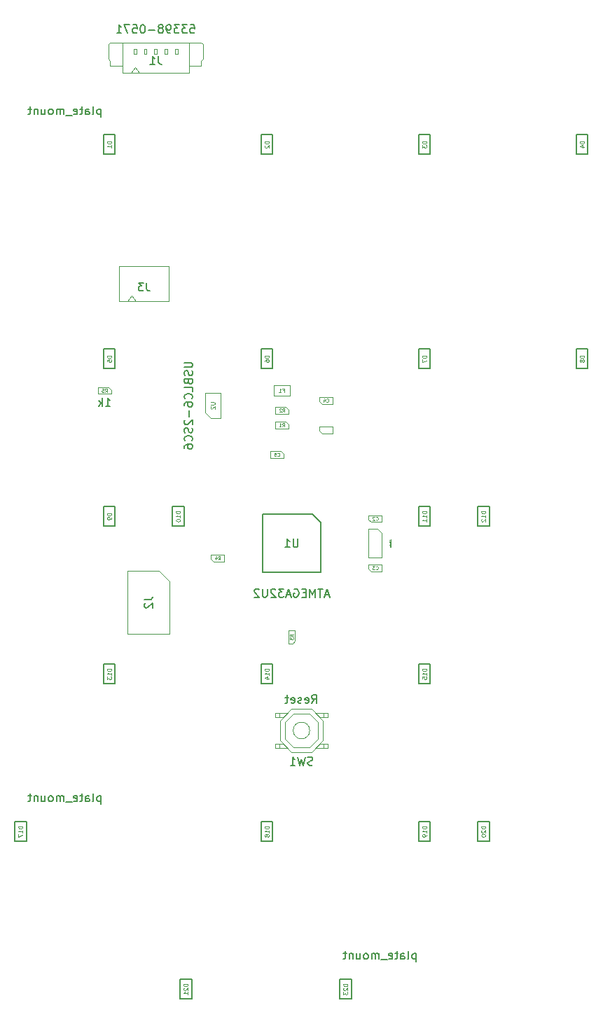
<source format=gbr>
G04 #@! TF.GenerationSoftware,KiCad,Pcbnew,(6.0.1)*
G04 #@! TF.CreationDate,2022-02-07T14:39:17-05:00*
G04 #@! TF.ProjectId,nt210,6e743231-302e-46b6-9963-61645f706362,rev?*
G04 #@! TF.SameCoordinates,Original*
G04 #@! TF.FileFunction,AssemblyDrawing,Bot*
%FSLAX46Y46*%
G04 Gerber Fmt 4.6, Leading zero omitted, Abs format (unit mm)*
G04 Created by KiCad (PCBNEW (6.0.1)) date 2022-02-07 14:39:17*
%MOMM*%
%LPD*%
G01*
G04 APERTURE LIST*
%ADD10C,0.060000*%
%ADD11C,0.125000*%
%ADD12C,0.150000*%
%ADD13C,0.075000*%
%ADD14C,0.030000*%
%ADD15C,0.100000*%
G04 APERTURE END LIST*
D10*
X41143255Y-44196011D02*
X41162303Y-44215058D01*
X41219446Y-44234106D01*
X41257541Y-44234106D01*
X41314684Y-44215058D01*
X41352779Y-44176963D01*
X41371827Y-44138868D01*
X41390874Y-44062677D01*
X41390874Y-44005534D01*
X41371827Y-43929344D01*
X41352779Y-43891249D01*
X41314684Y-43853154D01*
X41257541Y-43834106D01*
X41219446Y-43834106D01*
X41162303Y-43853154D01*
X41143255Y-43872201D01*
X40800398Y-43967439D02*
X40800398Y-44234106D01*
X40895636Y-43815058D02*
X40990874Y-44100773D01*
X40743255Y-44100773D01*
D11*
X34159031Y-95539791D02*
X33659031Y-95539791D01*
X33659031Y-95658838D01*
X33682841Y-95730267D01*
X33730460Y-95777886D01*
X33778079Y-95801695D01*
X33873317Y-95825505D01*
X33944745Y-95825505D01*
X34039983Y-95801695D01*
X34087602Y-95777886D01*
X34135221Y-95730267D01*
X34159031Y-95658838D01*
X34159031Y-95539791D01*
X34159031Y-96301695D02*
X34159031Y-96015981D01*
X34159031Y-96158838D02*
X33659031Y-96158838D01*
X33730460Y-96111219D01*
X33778079Y-96063600D01*
X33801888Y-96015981D01*
X33873317Y-96587410D02*
X33849507Y-96539791D01*
X33825698Y-96515981D01*
X33778079Y-96492172D01*
X33754269Y-96492172D01*
X33706650Y-96515981D01*
X33682841Y-96539791D01*
X33659031Y-96587410D01*
X33659031Y-96682648D01*
X33682841Y-96730267D01*
X33706650Y-96754076D01*
X33754269Y-96777886D01*
X33778079Y-96777886D01*
X33825698Y-96754076D01*
X33849507Y-96730267D01*
X33873317Y-96682648D01*
X33873317Y-96587410D01*
X33897126Y-96539791D01*
X33920936Y-96515981D01*
X33968555Y-96492172D01*
X34063793Y-96492172D01*
X34111412Y-96515981D01*
X34135221Y-96539791D01*
X34159031Y-96587410D01*
X34159031Y-96682648D01*
X34135221Y-96730267D01*
X34111412Y-96754076D01*
X34063793Y-96777886D01*
X33968555Y-96777886D01*
X33920936Y-96754076D01*
X33897126Y-96730267D01*
X33873317Y-96682648D01*
X53209047Y-57439759D02*
X52709047Y-57439759D01*
X52709047Y-57558806D01*
X52732857Y-57630235D01*
X52780476Y-57677854D01*
X52828095Y-57701663D01*
X52923333Y-57725473D01*
X52994761Y-57725473D01*
X53089999Y-57701663D01*
X53137618Y-57677854D01*
X53185237Y-57630235D01*
X53209047Y-57558806D01*
X53209047Y-57439759D01*
X53209047Y-58201663D02*
X53209047Y-57915949D01*
X53209047Y-58058806D02*
X52709047Y-58058806D01*
X52780476Y-58011187D01*
X52828095Y-57963568D01*
X52851904Y-57915949D01*
X53209047Y-58677854D02*
X53209047Y-58392140D01*
X53209047Y-58534997D02*
X52709047Y-58534997D01*
X52780476Y-58487378D01*
X52828095Y-58439759D01*
X52851904Y-58392140D01*
D12*
X41433207Y-67533897D02*
X40957017Y-67533897D01*
X41528445Y-67819611D02*
X41195112Y-66819611D01*
X40861778Y-67819611D01*
X40671302Y-66819611D02*
X40099874Y-66819611D01*
X40385588Y-67819611D02*
X40385588Y-66819611D01*
X39766540Y-67819611D02*
X39766540Y-66819611D01*
X39433207Y-67533897D01*
X39099874Y-66819611D01*
X39099874Y-67819611D01*
X38623683Y-67295802D02*
X38290350Y-67295802D01*
X38147493Y-67819611D02*
X38623683Y-67819611D01*
X38623683Y-66819611D01*
X38147493Y-66819611D01*
X37195112Y-66867231D02*
X37290350Y-66819611D01*
X37433207Y-66819611D01*
X37576064Y-66867231D01*
X37671302Y-66962469D01*
X37718921Y-67057707D01*
X37766540Y-67248183D01*
X37766540Y-67391040D01*
X37718921Y-67581516D01*
X37671302Y-67676754D01*
X37576064Y-67771992D01*
X37433207Y-67819611D01*
X37337969Y-67819611D01*
X37195112Y-67771992D01*
X37147493Y-67724373D01*
X37147493Y-67391040D01*
X37337969Y-67391040D01*
X36766540Y-67533897D02*
X36290350Y-67533897D01*
X36861778Y-67819611D02*
X36528445Y-66819611D01*
X36195112Y-67819611D01*
X35957017Y-66819611D02*
X35337969Y-66819611D01*
X35671302Y-67200564D01*
X35528445Y-67200564D01*
X35433207Y-67248183D01*
X35385588Y-67295802D01*
X35337969Y-67391040D01*
X35337969Y-67629135D01*
X35385588Y-67724373D01*
X35433207Y-67771992D01*
X35528445Y-67819611D01*
X35814159Y-67819611D01*
X35909398Y-67771992D01*
X35957017Y-67724373D01*
X34957017Y-66914850D02*
X34909398Y-66867231D01*
X34814159Y-66819611D01*
X34576064Y-66819611D01*
X34480826Y-66867231D01*
X34433207Y-66914850D01*
X34385588Y-67010088D01*
X34385588Y-67105326D01*
X34433207Y-67248183D01*
X35004636Y-67819611D01*
X34385588Y-67819611D01*
X33957017Y-66819611D02*
X33957017Y-67629135D01*
X33909398Y-67724373D01*
X33861778Y-67771992D01*
X33766540Y-67819611D01*
X33576064Y-67819611D01*
X33480826Y-67771992D01*
X33433207Y-67724373D01*
X33385588Y-67629135D01*
X33385588Y-66819611D01*
X32957017Y-66914850D02*
X32909398Y-66867231D01*
X32814159Y-66819611D01*
X32576064Y-66819611D01*
X32480826Y-66867231D01*
X32433207Y-66914850D01*
X32385588Y-67010088D01*
X32385588Y-67105326D01*
X32433207Y-67248183D01*
X33004636Y-67819611D01*
X32385588Y-67819611D01*
X37671302Y-60769611D02*
X37671302Y-61579135D01*
X37623683Y-61674373D01*
X37576064Y-61721992D01*
X37480826Y-61769611D01*
X37290350Y-61769611D01*
X37195112Y-61721992D01*
X37147493Y-61674373D01*
X37099874Y-61579135D01*
X37099874Y-60769611D01*
X36099874Y-61769611D02*
X36671302Y-61769611D01*
X36385588Y-61769611D02*
X36385588Y-60769611D01*
X36480826Y-60912469D01*
X36576064Y-61007707D01*
X36671302Y-61055326D01*
X39338119Y-80641505D02*
X39671452Y-80165315D01*
X39909547Y-80641505D02*
X39909547Y-79641505D01*
X39528595Y-79641505D01*
X39433357Y-79689125D01*
X39385738Y-79736744D01*
X39338119Y-79831982D01*
X39338119Y-79974839D01*
X39385738Y-80070077D01*
X39433357Y-80117696D01*
X39528595Y-80165315D01*
X39909547Y-80165315D01*
X38528595Y-80593886D02*
X38623833Y-80641505D01*
X38814309Y-80641505D01*
X38909547Y-80593886D01*
X38957166Y-80498648D01*
X38957166Y-80117696D01*
X38909547Y-80022458D01*
X38814309Y-79974839D01*
X38623833Y-79974839D01*
X38528595Y-80022458D01*
X38480976Y-80117696D01*
X38480976Y-80212934D01*
X38957166Y-80308172D01*
X38100024Y-80593886D02*
X38004785Y-80641505D01*
X37814309Y-80641505D01*
X37719071Y-80593886D01*
X37671452Y-80498648D01*
X37671452Y-80451029D01*
X37719071Y-80355791D01*
X37814309Y-80308172D01*
X37957166Y-80308172D01*
X38052404Y-80260553D01*
X38100024Y-80165315D01*
X38100024Y-80117696D01*
X38052404Y-80022458D01*
X37957166Y-79974839D01*
X37814309Y-79974839D01*
X37719071Y-80022458D01*
X36861928Y-80593886D02*
X36957166Y-80641505D01*
X37147643Y-80641505D01*
X37242881Y-80593886D01*
X37290500Y-80498648D01*
X37290500Y-80117696D01*
X37242881Y-80022458D01*
X37147643Y-79974839D01*
X36957166Y-79974839D01*
X36861928Y-80022458D01*
X36814309Y-80117696D01*
X36814309Y-80212934D01*
X37290500Y-80308172D01*
X36528595Y-79974839D02*
X36147643Y-79974839D01*
X36385738Y-79641505D02*
X36385738Y-80498648D01*
X36338119Y-80593886D01*
X36242881Y-80641505D01*
X36147643Y-80641505D01*
X39433357Y-88093886D02*
X39290500Y-88141505D01*
X39052404Y-88141505D01*
X38957166Y-88093886D01*
X38909547Y-88046267D01*
X38861928Y-87951029D01*
X38861928Y-87855791D01*
X38909547Y-87760553D01*
X38957166Y-87712934D01*
X39052404Y-87665315D01*
X39242881Y-87617696D01*
X39338119Y-87570077D01*
X39385738Y-87522458D01*
X39433357Y-87427220D01*
X39433357Y-87331982D01*
X39385738Y-87236744D01*
X39338119Y-87189125D01*
X39242881Y-87141505D01*
X39004785Y-87141505D01*
X38861928Y-87189125D01*
X38528595Y-87141505D02*
X38290500Y-88141505D01*
X38100024Y-87427220D01*
X37909547Y-88141505D01*
X37671452Y-87141505D01*
X36766690Y-88141505D02*
X37338119Y-88141505D01*
X37052404Y-88141505D02*
X37052404Y-87141505D01*
X37147643Y-87284363D01*
X37242881Y-87379601D01*
X37338119Y-87427220D01*
X13858341Y-91860722D02*
X13858341Y-92860722D01*
X13858341Y-91908341D02*
X13763103Y-91860722D01*
X13572627Y-91860722D01*
X13477388Y-91908341D01*
X13429769Y-91955960D01*
X13382150Y-92051198D01*
X13382150Y-92336912D01*
X13429769Y-92432150D01*
X13477388Y-92479769D01*
X13572627Y-92527388D01*
X13763103Y-92527388D01*
X13858341Y-92479769D01*
X12810722Y-92527388D02*
X12905960Y-92479769D01*
X12953579Y-92384531D01*
X12953579Y-91527388D01*
X12001198Y-92527388D02*
X12001198Y-92003579D01*
X12048817Y-91908341D01*
X12144055Y-91860722D01*
X12334531Y-91860722D01*
X12429769Y-91908341D01*
X12001198Y-92479769D02*
X12096436Y-92527388D01*
X12334531Y-92527388D01*
X12429769Y-92479769D01*
X12477388Y-92384531D01*
X12477388Y-92289293D01*
X12429769Y-92194055D01*
X12334531Y-92146436D01*
X12096436Y-92146436D01*
X12001198Y-92098817D01*
X11667865Y-91860722D02*
X11286912Y-91860722D01*
X11525008Y-91527388D02*
X11525008Y-92384531D01*
X11477388Y-92479769D01*
X11382150Y-92527388D01*
X11286912Y-92527388D01*
X10572627Y-92479769D02*
X10667865Y-92527388D01*
X10858341Y-92527388D01*
X10953579Y-92479769D01*
X11001198Y-92384531D01*
X11001198Y-92003579D01*
X10953579Y-91908341D01*
X10858341Y-91860722D01*
X10667865Y-91860722D01*
X10572627Y-91908341D01*
X10525008Y-92003579D01*
X10525008Y-92098817D01*
X11001198Y-92194055D01*
X10334531Y-92622627D02*
X9572627Y-92622627D01*
X9334531Y-92527388D02*
X9334531Y-91860722D01*
X9334531Y-91955960D02*
X9286912Y-91908341D01*
X9191674Y-91860722D01*
X9048817Y-91860722D01*
X8953579Y-91908341D01*
X8905960Y-92003579D01*
X8905960Y-92527388D01*
X8905960Y-92003579D02*
X8858341Y-91908341D01*
X8763103Y-91860722D01*
X8620246Y-91860722D01*
X8525008Y-91908341D01*
X8477388Y-92003579D01*
X8477388Y-92527388D01*
X7858341Y-92527388D02*
X7953579Y-92479769D01*
X8001198Y-92432150D01*
X8048817Y-92336912D01*
X8048817Y-92051198D01*
X8001198Y-91955960D01*
X7953579Y-91908341D01*
X7858341Y-91860722D01*
X7715484Y-91860722D01*
X7620246Y-91908341D01*
X7572627Y-91955960D01*
X7525008Y-92051198D01*
X7525008Y-92336912D01*
X7572627Y-92432150D01*
X7620246Y-92479769D01*
X7715484Y-92527388D01*
X7858341Y-92527388D01*
X6667865Y-91860722D02*
X6667865Y-92527388D01*
X7096436Y-91860722D02*
X7096436Y-92384531D01*
X7048817Y-92479769D01*
X6953579Y-92527388D01*
X6810722Y-92527388D01*
X6715484Y-92479769D01*
X6667865Y-92432150D01*
X6191674Y-91860722D02*
X6191674Y-92527388D01*
X6191674Y-91955960D02*
X6144055Y-91908341D01*
X6048817Y-91860722D01*
X5905960Y-91860722D01*
X5810722Y-91908341D01*
X5763103Y-92003579D01*
X5763103Y-92527388D01*
X5429769Y-91860722D02*
X5048817Y-91860722D01*
X5286912Y-91527388D02*
X5286912Y-92384531D01*
X5239293Y-92479769D01*
X5144055Y-92527388D01*
X5048817Y-92527388D01*
D11*
X15109015Y-76489775D02*
X14609015Y-76489775D01*
X14609015Y-76608822D01*
X14632825Y-76680251D01*
X14680444Y-76727870D01*
X14728063Y-76751679D01*
X14823301Y-76775489D01*
X14894729Y-76775489D01*
X14989967Y-76751679D01*
X15037586Y-76727870D01*
X15085205Y-76680251D01*
X15109015Y-76608822D01*
X15109015Y-76489775D01*
X15109015Y-77251679D02*
X15109015Y-76965965D01*
X15109015Y-77108822D02*
X14609015Y-77108822D01*
X14680444Y-77061203D01*
X14728063Y-77013584D01*
X14751872Y-76965965D01*
X14609015Y-77418346D02*
X14609015Y-77727870D01*
X14799491Y-77561203D01*
X14799491Y-77632632D01*
X14823301Y-77680251D01*
X14847110Y-77704060D01*
X14894729Y-77727870D01*
X15013777Y-77727870D01*
X15061396Y-77704060D01*
X15085205Y-77680251D01*
X15109015Y-77632632D01*
X15109015Y-77489775D01*
X15085205Y-77442156D01*
X15061396Y-77418346D01*
D12*
X19383341Y-29813335D02*
X19383341Y-30527621D01*
X19430960Y-30670478D01*
X19526198Y-30765716D01*
X19669055Y-30813335D01*
X19764293Y-30813335D01*
X19002388Y-29813335D02*
X18383341Y-29813335D01*
X18716674Y-30194288D01*
X18573817Y-30194288D01*
X18478579Y-30241907D01*
X18430960Y-30289526D01*
X18383341Y-30384764D01*
X18383341Y-30622859D01*
X18430960Y-30718097D01*
X18478579Y-30765716D01*
X18573817Y-30813335D01*
X18859531Y-30813335D01*
X18954769Y-30765716D01*
X19002388Y-30718097D01*
D13*
X35885438Y-42826813D02*
X36052105Y-42826813D01*
X36052105Y-43088718D02*
X36052105Y-42588718D01*
X35814010Y-42588718D01*
X35361629Y-43088718D02*
X35647343Y-43088718D01*
X35504486Y-43088718D02*
X35504486Y-42588718D01*
X35552105Y-42660147D01*
X35599724Y-42707766D01*
X35647343Y-42731575D01*
D10*
X35190125Y-50744454D02*
X35209173Y-50763501D01*
X35266316Y-50782549D01*
X35304411Y-50782549D01*
X35361554Y-50763501D01*
X35399649Y-50725406D01*
X35418697Y-50687311D01*
X35437744Y-50611120D01*
X35437744Y-50553977D01*
X35418697Y-50477787D01*
X35399649Y-50439692D01*
X35361554Y-50401597D01*
X35304411Y-50382549D01*
X35266316Y-50382549D01*
X35209173Y-50401597D01*
X35190125Y-50420644D01*
X34828220Y-50382549D02*
X35018697Y-50382549D01*
X35037744Y-50573025D01*
X35018697Y-50553977D01*
X34980601Y-50534930D01*
X34885363Y-50534930D01*
X34847268Y-50553977D01*
X34828220Y-50573025D01*
X34809173Y-50611120D01*
X34809173Y-50706358D01*
X34828220Y-50744454D01*
X34847268Y-50763501D01*
X34885363Y-50782549D01*
X34980601Y-50782549D01*
X35018697Y-50763501D01*
X35037744Y-50744454D01*
D11*
X34159031Y-38627838D02*
X33659031Y-38627838D01*
X33659031Y-38746886D01*
X33682841Y-38818314D01*
X33730460Y-38865933D01*
X33778079Y-38889743D01*
X33873317Y-38913552D01*
X33944745Y-38913552D01*
X34039983Y-38889743D01*
X34087602Y-38865933D01*
X34135221Y-38818314D01*
X34159031Y-38746886D01*
X34159031Y-38627838D01*
X33659031Y-39342124D02*
X33659031Y-39246886D01*
X33682841Y-39199266D01*
X33706650Y-39175457D01*
X33778079Y-39127838D01*
X33873317Y-39104028D01*
X34063793Y-39104028D01*
X34111412Y-39127838D01*
X34135221Y-39151647D01*
X34159031Y-39199266D01*
X34159031Y-39294505D01*
X34135221Y-39342124D01*
X34111412Y-39365933D01*
X34063793Y-39389743D01*
X33944745Y-39389743D01*
X33897126Y-39365933D01*
X33873317Y-39342124D01*
X33849507Y-39294505D01*
X33849507Y-39199266D01*
X33873317Y-39151647D01*
X33897126Y-39127838D01*
X33944745Y-39104028D01*
X34159023Y-12727830D02*
X33659023Y-12727830D01*
X33659023Y-12846878D01*
X33682833Y-12918306D01*
X33730452Y-12965925D01*
X33778071Y-12989735D01*
X33873309Y-13013544D01*
X33944737Y-13013544D01*
X34039975Y-12989735D01*
X34087594Y-12965925D01*
X34135213Y-12918306D01*
X34159023Y-12846878D01*
X34159023Y-12727830D01*
X33706642Y-13204020D02*
X33682833Y-13227830D01*
X33659023Y-13275449D01*
X33659023Y-13394497D01*
X33682833Y-13442116D01*
X33706642Y-13465925D01*
X33754261Y-13489735D01*
X33801880Y-13489735D01*
X33873309Y-13465925D01*
X34159023Y-13180211D01*
X34159023Y-13489735D01*
X24356198Y-114589807D02*
X23856198Y-114589807D01*
X23856198Y-114708854D01*
X23880008Y-114780283D01*
X23927627Y-114827902D01*
X23975246Y-114851711D01*
X24070484Y-114875521D01*
X24141912Y-114875521D01*
X24237150Y-114851711D01*
X24284769Y-114827902D01*
X24332388Y-114780283D01*
X24356198Y-114708854D01*
X24356198Y-114589807D01*
X23903817Y-115065997D02*
X23880008Y-115089807D01*
X23856198Y-115137426D01*
X23856198Y-115256473D01*
X23880008Y-115304092D01*
X23903817Y-115327902D01*
X23951436Y-115351711D01*
X23999055Y-115351711D01*
X24070484Y-115327902D01*
X24356198Y-115042188D01*
X24356198Y-115351711D01*
X24356198Y-115827902D02*
X24356198Y-115542188D01*
X24356198Y-115685045D02*
X23856198Y-115685045D01*
X23927627Y-115637426D01*
X23975246Y-115589807D01*
X23999055Y-115542188D01*
D10*
X28046369Y-63284122D02*
X28179703Y-63093646D01*
X28274941Y-63284122D02*
X28274941Y-62884122D01*
X28122560Y-62884122D01*
X28084464Y-62903170D01*
X28065417Y-62922217D01*
X28046369Y-62960312D01*
X28046369Y-63017455D01*
X28065417Y-63055550D01*
X28084464Y-63074598D01*
X28122560Y-63093646D01*
X28274941Y-63093646D01*
X27703512Y-63017455D02*
X27703512Y-63284122D01*
X27798750Y-62865074D02*
X27893988Y-63150789D01*
X27646369Y-63150789D01*
D12*
X51958373Y-110910786D02*
X51958373Y-111910786D01*
X51958373Y-110958405D02*
X51863135Y-110910786D01*
X51672659Y-110910786D01*
X51577420Y-110958405D01*
X51529801Y-111006024D01*
X51482182Y-111101262D01*
X51482182Y-111386976D01*
X51529801Y-111482214D01*
X51577420Y-111529833D01*
X51672659Y-111577452D01*
X51863135Y-111577452D01*
X51958373Y-111529833D01*
X50910754Y-111577452D02*
X51005992Y-111529833D01*
X51053611Y-111434595D01*
X51053611Y-110577452D01*
X50101230Y-111577452D02*
X50101230Y-111053643D01*
X50148849Y-110958405D01*
X50244087Y-110910786D01*
X50434563Y-110910786D01*
X50529801Y-110958405D01*
X50101230Y-111529833D02*
X50196468Y-111577452D01*
X50434563Y-111577452D01*
X50529801Y-111529833D01*
X50577420Y-111434595D01*
X50577420Y-111339357D01*
X50529801Y-111244119D01*
X50434563Y-111196500D01*
X50196468Y-111196500D01*
X50101230Y-111148881D01*
X49767897Y-110910786D02*
X49386944Y-110910786D01*
X49625040Y-110577452D02*
X49625040Y-111434595D01*
X49577420Y-111529833D01*
X49482182Y-111577452D01*
X49386944Y-111577452D01*
X48672659Y-111529833D02*
X48767897Y-111577452D01*
X48958373Y-111577452D01*
X49053611Y-111529833D01*
X49101230Y-111434595D01*
X49101230Y-111053643D01*
X49053611Y-110958405D01*
X48958373Y-110910786D01*
X48767897Y-110910786D01*
X48672659Y-110958405D01*
X48625040Y-111053643D01*
X48625040Y-111148881D01*
X49101230Y-111244119D01*
X48434563Y-111672691D02*
X47672659Y-111672691D01*
X47434563Y-111577452D02*
X47434563Y-110910786D01*
X47434563Y-111006024D02*
X47386944Y-110958405D01*
X47291706Y-110910786D01*
X47148849Y-110910786D01*
X47053611Y-110958405D01*
X47005992Y-111053643D01*
X47005992Y-111577452D01*
X47005992Y-111053643D02*
X46958373Y-110958405D01*
X46863135Y-110910786D01*
X46720278Y-110910786D01*
X46625040Y-110958405D01*
X46577420Y-111053643D01*
X46577420Y-111577452D01*
X45958373Y-111577452D02*
X46053611Y-111529833D01*
X46101230Y-111482214D01*
X46148849Y-111386976D01*
X46148849Y-111101262D01*
X46101230Y-111006024D01*
X46053611Y-110958405D01*
X45958373Y-110910786D01*
X45815516Y-110910786D01*
X45720278Y-110958405D01*
X45672659Y-111006024D01*
X45625040Y-111101262D01*
X45625040Y-111386976D01*
X45672659Y-111482214D01*
X45720278Y-111529833D01*
X45815516Y-111577452D01*
X45958373Y-111577452D01*
X44767897Y-110910786D02*
X44767897Y-111577452D01*
X45196468Y-110910786D02*
X45196468Y-111434595D01*
X45148849Y-111529833D01*
X45053611Y-111577452D01*
X44910754Y-111577452D01*
X44815516Y-111529833D01*
X44767897Y-111482214D01*
X44291706Y-110910786D02*
X44291706Y-111577452D01*
X44291706Y-111006024D02*
X44244087Y-110958405D01*
X44148849Y-110910786D01*
X44005992Y-110910786D01*
X43910754Y-110958405D01*
X43863135Y-111053643D01*
X43863135Y-111577452D01*
X43529801Y-110910786D02*
X43148849Y-110910786D01*
X43386944Y-110577452D02*
X43386944Y-111434595D01*
X43339325Y-111529833D01*
X43244087Y-111577452D01*
X43148849Y-111577452D01*
X23936770Y-39457990D02*
X24746294Y-39457990D01*
X24841532Y-39505609D01*
X24889151Y-39553228D01*
X24936770Y-39648467D01*
X24936770Y-39838943D01*
X24889151Y-39934181D01*
X24841532Y-39981800D01*
X24746294Y-40029419D01*
X23936770Y-40029419D01*
X24889151Y-40457990D02*
X24936770Y-40600847D01*
X24936770Y-40838943D01*
X24889151Y-40934181D01*
X24841532Y-40981800D01*
X24746294Y-41029419D01*
X24651056Y-41029419D01*
X24555818Y-40981800D01*
X24508199Y-40934181D01*
X24460580Y-40838943D01*
X24412961Y-40648467D01*
X24365342Y-40553228D01*
X24317723Y-40505609D01*
X24222485Y-40457990D01*
X24127247Y-40457990D01*
X24032009Y-40505609D01*
X23984390Y-40553228D01*
X23936770Y-40648467D01*
X23936770Y-40886562D01*
X23984390Y-41029419D01*
X24412961Y-41791324D02*
X24460580Y-41934181D01*
X24508199Y-41981800D01*
X24603437Y-42029419D01*
X24746294Y-42029419D01*
X24841532Y-41981800D01*
X24889151Y-41934181D01*
X24936770Y-41838943D01*
X24936770Y-41457990D01*
X23936770Y-41457990D01*
X23936770Y-41791324D01*
X23984390Y-41886562D01*
X24032009Y-41934181D01*
X24127247Y-41981800D01*
X24222485Y-41981800D01*
X24317723Y-41934181D01*
X24365342Y-41886562D01*
X24412961Y-41791324D01*
X24412961Y-41457990D01*
X24936770Y-42934181D02*
X24936770Y-42457990D01*
X23936770Y-42457990D01*
X24841532Y-43838943D02*
X24889151Y-43791324D01*
X24936770Y-43648467D01*
X24936770Y-43553228D01*
X24889151Y-43410371D01*
X24793913Y-43315133D01*
X24698675Y-43267514D01*
X24508199Y-43219895D01*
X24365342Y-43219895D01*
X24174866Y-43267514D01*
X24079628Y-43315133D01*
X23984390Y-43410371D01*
X23936770Y-43553228D01*
X23936770Y-43648467D01*
X23984390Y-43791324D01*
X24032009Y-43838943D01*
X23936770Y-44696086D02*
X23936770Y-44505609D01*
X23984390Y-44410371D01*
X24032009Y-44362752D01*
X24174866Y-44267514D01*
X24365342Y-44219895D01*
X24746294Y-44219895D01*
X24841532Y-44267514D01*
X24889151Y-44315133D01*
X24936770Y-44410371D01*
X24936770Y-44600847D01*
X24889151Y-44696086D01*
X24841532Y-44743705D01*
X24746294Y-44791324D01*
X24508199Y-44791324D01*
X24412961Y-44743705D01*
X24365342Y-44696086D01*
X24317723Y-44600847D01*
X24317723Y-44410371D01*
X24365342Y-44315133D01*
X24412961Y-44267514D01*
X24508199Y-44219895D01*
X24555818Y-45219895D02*
X24555818Y-45981800D01*
X24032009Y-46410371D02*
X23984390Y-46457990D01*
X23936770Y-46553228D01*
X23936770Y-46791324D01*
X23984390Y-46886562D01*
X24032009Y-46934181D01*
X24127247Y-46981800D01*
X24222485Y-46981800D01*
X24365342Y-46934181D01*
X24936770Y-46362752D01*
X24936770Y-46981800D01*
X24889151Y-47362752D02*
X24936770Y-47505609D01*
X24936770Y-47743705D01*
X24889151Y-47838943D01*
X24841532Y-47886562D01*
X24746294Y-47934181D01*
X24651056Y-47934181D01*
X24555818Y-47886562D01*
X24508199Y-47838943D01*
X24460580Y-47743705D01*
X24412961Y-47553228D01*
X24365342Y-47457990D01*
X24317723Y-47410371D01*
X24222485Y-47362752D01*
X24127247Y-47362752D01*
X24032009Y-47410371D01*
X23984390Y-47457990D01*
X23936770Y-47553228D01*
X23936770Y-47791324D01*
X23984390Y-47934181D01*
X24841532Y-48934181D02*
X24889151Y-48886562D01*
X24936770Y-48743705D01*
X24936770Y-48648467D01*
X24889151Y-48505609D01*
X24793913Y-48410371D01*
X24698675Y-48362752D01*
X24508199Y-48315133D01*
X24365342Y-48315133D01*
X24174866Y-48362752D01*
X24079628Y-48410371D01*
X23984390Y-48505609D01*
X23936770Y-48648467D01*
X23936770Y-48743705D01*
X23984390Y-48886562D01*
X24032009Y-48934181D01*
X23936770Y-49791324D02*
X23936770Y-49600847D01*
X23984390Y-49505609D01*
X24032009Y-49457990D01*
X24174866Y-49362752D01*
X24365342Y-49315133D01*
X24746294Y-49315133D01*
X24841532Y-49362752D01*
X24889151Y-49410371D01*
X24936770Y-49505609D01*
X24936770Y-49696086D01*
X24889151Y-49791324D01*
X24841532Y-49838943D01*
X24746294Y-49886562D01*
X24508199Y-49886562D01*
X24412961Y-49838943D01*
X24365342Y-49791324D01*
X24317723Y-49696086D01*
X24317723Y-49505609D01*
X24365342Y-49410371D01*
X24412961Y-49362752D01*
X24508199Y-49315133D01*
D13*
X27110580Y-44267514D02*
X27515342Y-44267514D01*
X27562961Y-44291324D01*
X27586770Y-44315133D01*
X27610580Y-44362752D01*
X27610580Y-44457990D01*
X27586770Y-44505609D01*
X27562961Y-44529419D01*
X27515342Y-44553228D01*
X27110580Y-44553228D01*
X27158199Y-44767514D02*
X27134390Y-44791324D01*
X27110580Y-44838943D01*
X27110580Y-44957990D01*
X27134390Y-45005609D01*
X27158199Y-45029419D01*
X27205818Y-45053228D01*
X27253437Y-45053228D01*
X27324866Y-45029419D01*
X27610580Y-44743705D01*
X27610580Y-45053228D01*
D11*
X43684039Y-114589807D02*
X43184039Y-114589807D01*
X43184039Y-114708854D01*
X43207849Y-114780283D01*
X43255468Y-114827902D01*
X43303087Y-114851711D01*
X43398325Y-114875521D01*
X43469753Y-114875521D01*
X43564991Y-114851711D01*
X43612610Y-114827902D01*
X43660229Y-114780283D01*
X43684039Y-114708854D01*
X43684039Y-114589807D01*
X43231658Y-115065997D02*
X43207849Y-115089807D01*
X43184039Y-115137426D01*
X43184039Y-115256473D01*
X43207849Y-115304092D01*
X43231658Y-115327902D01*
X43279277Y-115351711D01*
X43326896Y-115351711D01*
X43398325Y-115327902D01*
X43684039Y-115042188D01*
X43684039Y-115351711D01*
X43184039Y-115518378D02*
X43184039Y-115827902D01*
X43374515Y-115661235D01*
X43374515Y-115732664D01*
X43398325Y-115780283D01*
X43422134Y-115804092D01*
X43469753Y-115827902D01*
X43588801Y-115827902D01*
X43636420Y-115804092D01*
X43660229Y-115780283D01*
X43684039Y-115732664D01*
X43684039Y-115589807D01*
X43660229Y-115542188D01*
X43636420Y-115518378D01*
X53209047Y-38627838D02*
X52709047Y-38627838D01*
X52709047Y-38746886D01*
X52732857Y-38818314D01*
X52780476Y-38865933D01*
X52828095Y-38889743D01*
X52923333Y-38913552D01*
X52994761Y-38913552D01*
X53089999Y-38889743D01*
X53137618Y-38865933D01*
X53185237Y-38818314D01*
X53209047Y-38746886D01*
X53209047Y-38627838D01*
X52709047Y-39080219D02*
X52709047Y-39413552D01*
X53209047Y-39199266D01*
X15109015Y-38627838D02*
X14609015Y-38627838D01*
X14609015Y-38746886D01*
X14632825Y-38818314D01*
X14680444Y-38865933D01*
X14728063Y-38889743D01*
X14823301Y-38913552D01*
X14894729Y-38913552D01*
X14989967Y-38889743D01*
X15037586Y-38865933D01*
X15085205Y-38818314D01*
X15109015Y-38746886D01*
X15109015Y-38627838D01*
X14609015Y-39365933D02*
X14609015Y-39127838D01*
X14847110Y-39104028D01*
X14823301Y-39127838D01*
X14799491Y-39175457D01*
X14799491Y-39294505D01*
X14823301Y-39342124D01*
X14847110Y-39365933D01*
X14894729Y-39389743D01*
X15013777Y-39389743D01*
X15061396Y-39365933D01*
X15085205Y-39342124D01*
X15109015Y-39294505D01*
X15109015Y-39175457D01*
X15085205Y-39127838D01*
X15061396Y-39104028D01*
X72259055Y-12727830D02*
X71759055Y-12727830D01*
X71759055Y-12846878D01*
X71782865Y-12918306D01*
X71830484Y-12965925D01*
X71878103Y-12989735D01*
X71973341Y-13013544D01*
X72044769Y-13013544D01*
X72140007Y-12989735D01*
X72187626Y-12965925D01*
X72235245Y-12918306D01*
X72259055Y-12846878D01*
X72259055Y-12727830D01*
X71925722Y-13442116D02*
X72259055Y-13442116D01*
X71735245Y-13323068D02*
X72092388Y-13204020D01*
X72092388Y-13513544D01*
X53209047Y-76489775D02*
X52709047Y-76489775D01*
X52709047Y-76608822D01*
X52732857Y-76680251D01*
X52780476Y-76727870D01*
X52828095Y-76751679D01*
X52923333Y-76775489D01*
X52994761Y-76775489D01*
X53089999Y-76751679D01*
X53137618Y-76727870D01*
X53185237Y-76680251D01*
X53209047Y-76608822D01*
X53209047Y-76489775D01*
X53209047Y-77251679D02*
X53209047Y-76965965D01*
X53209047Y-77108822D02*
X52709047Y-77108822D01*
X52780476Y-77061203D01*
X52828095Y-77013584D01*
X52851904Y-76965965D01*
X52709047Y-77704060D02*
X52709047Y-77465965D01*
X52947142Y-77442156D01*
X52923333Y-77465965D01*
X52899523Y-77513584D01*
X52899523Y-77632632D01*
X52923333Y-77680251D01*
X52947142Y-77704060D01*
X52994761Y-77727870D01*
X53113809Y-77727870D01*
X53161428Y-77704060D01*
X53185237Y-77680251D01*
X53209047Y-77632632D01*
X53209047Y-77513584D01*
X53185237Y-77465965D01*
X53161428Y-77442156D01*
X60352803Y-57439759D02*
X59852803Y-57439759D01*
X59852803Y-57558806D01*
X59876613Y-57630235D01*
X59924232Y-57677854D01*
X59971851Y-57701663D01*
X60067089Y-57725473D01*
X60138517Y-57725473D01*
X60233755Y-57701663D01*
X60281374Y-57677854D01*
X60328993Y-57630235D01*
X60352803Y-57558806D01*
X60352803Y-57439759D01*
X60352803Y-58201663D02*
X60352803Y-57915949D01*
X60352803Y-58058806D02*
X59852803Y-58058806D01*
X59924232Y-58011187D01*
X59971851Y-57963568D01*
X59995660Y-57915949D01*
X59900422Y-58392140D02*
X59876613Y-58415949D01*
X59852803Y-58463568D01*
X59852803Y-58582616D01*
X59876613Y-58630235D01*
X59900422Y-58654044D01*
X59948041Y-58677854D01*
X59995660Y-58677854D01*
X60067089Y-58654044D01*
X60352803Y-58368330D01*
X60352803Y-58677854D01*
X4393381Y-95539791D02*
X3893381Y-95539791D01*
X3893381Y-95658838D01*
X3917191Y-95730267D01*
X3964810Y-95777886D01*
X4012429Y-95801695D01*
X4107667Y-95825505D01*
X4179095Y-95825505D01*
X4274333Y-95801695D01*
X4321952Y-95777886D01*
X4369571Y-95730267D01*
X4393381Y-95658838D01*
X4393381Y-95539791D01*
X4393381Y-96301695D02*
X4393381Y-96015981D01*
X4393381Y-96158838D02*
X3893381Y-96158838D01*
X3964810Y-96111219D01*
X4012429Y-96063600D01*
X4036238Y-96015981D01*
X3893381Y-96468362D02*
X3893381Y-96801695D01*
X4393381Y-96587410D01*
X60352803Y-95539791D02*
X59852803Y-95539791D01*
X59852803Y-95658838D01*
X59876613Y-95730267D01*
X59924232Y-95777886D01*
X59971851Y-95801695D01*
X60067089Y-95825505D01*
X60138517Y-95825505D01*
X60233755Y-95801695D01*
X60281374Y-95777886D01*
X60328993Y-95730267D01*
X60352803Y-95658838D01*
X60352803Y-95539791D01*
X59900422Y-96015981D02*
X59876613Y-96039791D01*
X59852803Y-96087410D01*
X59852803Y-96206457D01*
X59876613Y-96254076D01*
X59900422Y-96277886D01*
X59948041Y-96301695D01*
X59995660Y-96301695D01*
X60067089Y-96277886D01*
X60352803Y-95992172D01*
X60352803Y-96301695D01*
X59852803Y-96611219D02*
X59852803Y-96658838D01*
X59876613Y-96706457D01*
X59900422Y-96730267D01*
X59948041Y-96754076D01*
X60043279Y-96777886D01*
X60162327Y-96777886D01*
X60257565Y-96754076D01*
X60305184Y-96730267D01*
X60328993Y-96706457D01*
X60352803Y-96658838D01*
X60352803Y-96611219D01*
X60328993Y-96563600D01*
X60305184Y-96539791D01*
X60257565Y-96515981D01*
X60162327Y-96492172D01*
X60043279Y-96492172D01*
X59948041Y-96515981D01*
X59900422Y-96539791D01*
X59876613Y-96563600D01*
X59852803Y-96611219D01*
X23443397Y-57439759D02*
X22943397Y-57439759D01*
X22943397Y-57558806D01*
X22967207Y-57630235D01*
X23014826Y-57677854D01*
X23062445Y-57701663D01*
X23157683Y-57725473D01*
X23229111Y-57725473D01*
X23324349Y-57701663D01*
X23371968Y-57677854D01*
X23419587Y-57630235D01*
X23443397Y-57558806D01*
X23443397Y-57439759D01*
X23443397Y-58201663D02*
X23443397Y-57915949D01*
X23443397Y-58058806D02*
X22943397Y-58058806D01*
X23014826Y-58011187D01*
X23062445Y-57963568D01*
X23086254Y-57915949D01*
X22943397Y-58511187D02*
X22943397Y-58558806D01*
X22967207Y-58606425D01*
X22991016Y-58630235D01*
X23038635Y-58654044D01*
X23133873Y-58677854D01*
X23252921Y-58677854D01*
X23348159Y-58654044D01*
X23395778Y-58630235D01*
X23419587Y-58606425D01*
X23443397Y-58558806D01*
X23443397Y-58511187D01*
X23419587Y-58463568D01*
X23395778Y-58439759D01*
X23348159Y-58415949D01*
X23252921Y-58392140D01*
X23133873Y-58392140D01*
X23038635Y-58415949D01*
X22991016Y-58439759D01*
X22967207Y-58463568D01*
X22943397Y-58511187D01*
D10*
X37090350Y-72561511D02*
X36899874Y-72428178D01*
X37090350Y-72332939D02*
X36690350Y-72332939D01*
X36690350Y-72485320D01*
X36709398Y-72523416D01*
X36728445Y-72542463D01*
X36766540Y-72561511D01*
X36823683Y-72561511D01*
X36861778Y-72542463D01*
X36880826Y-72523416D01*
X36899874Y-72485320D01*
X36899874Y-72332939D01*
X36690350Y-72694844D02*
X36690350Y-72942463D01*
X36842731Y-72809130D01*
X36842731Y-72866273D01*
X36861778Y-72904368D01*
X36880826Y-72923416D01*
X36918921Y-72942463D01*
X37014159Y-72942463D01*
X37052255Y-72923416D01*
X37071302Y-72904368D01*
X37090350Y-72866273D01*
X37090350Y-72751987D01*
X37071302Y-72713892D01*
X37052255Y-72694844D01*
D11*
X15109015Y-57677854D02*
X14609015Y-57677854D01*
X14609015Y-57796902D01*
X14632825Y-57868330D01*
X14680444Y-57915949D01*
X14728063Y-57939759D01*
X14823301Y-57963568D01*
X14894729Y-57963568D01*
X14989967Y-57939759D01*
X15037586Y-57915949D01*
X15085205Y-57868330D01*
X15109015Y-57796902D01*
X15109015Y-57677854D01*
X15109015Y-58201663D02*
X15109015Y-58296902D01*
X15085205Y-58344521D01*
X15061396Y-58368330D01*
X14989967Y-58415949D01*
X14894729Y-58439759D01*
X14704253Y-58439759D01*
X14656634Y-58415949D01*
X14632825Y-58392140D01*
X14609015Y-58344521D01*
X14609015Y-58249282D01*
X14632825Y-58201663D01*
X14656634Y-58177854D01*
X14704253Y-58154044D01*
X14823301Y-58154044D01*
X14870920Y-58177854D01*
X14894729Y-58201663D01*
X14918539Y-58249282D01*
X14918539Y-58344521D01*
X14894729Y-58392140D01*
X14870920Y-58415949D01*
X14823301Y-58439759D01*
X53209047Y-95539791D02*
X52709047Y-95539791D01*
X52709047Y-95658838D01*
X52732857Y-95730267D01*
X52780476Y-95777886D01*
X52828095Y-95801695D01*
X52923333Y-95825505D01*
X52994761Y-95825505D01*
X53089999Y-95801695D01*
X53137618Y-95777886D01*
X53185237Y-95730267D01*
X53209047Y-95658838D01*
X53209047Y-95539791D01*
X53209047Y-96301695D02*
X53209047Y-96015981D01*
X53209047Y-96158838D02*
X52709047Y-96158838D01*
X52780476Y-96111219D01*
X52828095Y-96063600D01*
X52851904Y-96015981D01*
X53209047Y-96539791D02*
X53209047Y-96635029D01*
X53185237Y-96682648D01*
X53161428Y-96706457D01*
X53089999Y-96754076D01*
X52994761Y-96777886D01*
X52804285Y-96777886D01*
X52756666Y-96754076D01*
X52732857Y-96730267D01*
X52709047Y-96682648D01*
X52709047Y-96587410D01*
X52732857Y-96539791D01*
X52756666Y-96515981D01*
X52804285Y-96492172D01*
X52923333Y-96492172D01*
X52970952Y-96515981D01*
X52994761Y-96539791D01*
X53018571Y-96587410D01*
X53018571Y-96682648D01*
X52994761Y-96730267D01*
X52970952Y-96754076D01*
X52923333Y-96777886D01*
X34159031Y-76489775D02*
X33659031Y-76489775D01*
X33659031Y-76608822D01*
X33682841Y-76680251D01*
X33730460Y-76727870D01*
X33778079Y-76751679D01*
X33873317Y-76775489D01*
X33944745Y-76775489D01*
X34039983Y-76751679D01*
X34087602Y-76727870D01*
X34135221Y-76680251D01*
X34159031Y-76608822D01*
X34159031Y-76489775D01*
X34159031Y-77251679D02*
X34159031Y-76965965D01*
X34159031Y-77108822D02*
X33659031Y-77108822D01*
X33730460Y-77061203D01*
X33778079Y-77013584D01*
X33801888Y-76965965D01*
X33825698Y-77680251D02*
X34159031Y-77680251D01*
X33635221Y-77561203D02*
X33992364Y-77442156D01*
X33992364Y-77751679D01*
D12*
X19097701Y-68127653D02*
X19811987Y-68127653D01*
X19954844Y-68080034D01*
X20050082Y-67984796D01*
X20097701Y-67841939D01*
X20097701Y-67746701D01*
X19192940Y-68556225D02*
X19145321Y-68603844D01*
X19097701Y-68699082D01*
X19097701Y-68937177D01*
X19145321Y-69032415D01*
X19192940Y-69080034D01*
X19288178Y-69127653D01*
X19383416Y-69127653D01*
X19526273Y-69080034D01*
X20097701Y-68508606D01*
X20097701Y-69127653D01*
D10*
X35785438Y-45424732D02*
X35918772Y-45234256D01*
X36014010Y-45424732D02*
X36014010Y-45024732D01*
X35861629Y-45024732D01*
X35823533Y-45043780D01*
X35804486Y-45062827D01*
X35785438Y-45100922D01*
X35785438Y-45158065D01*
X35804486Y-45196160D01*
X35823533Y-45215208D01*
X35861629Y-45234256D01*
X36014010Y-45234256D01*
X35633057Y-45062827D02*
X35614010Y-45043780D01*
X35575914Y-45024732D01*
X35480676Y-45024732D01*
X35442581Y-45043780D01*
X35423533Y-45062827D01*
X35404486Y-45100922D01*
X35404486Y-45139018D01*
X35423533Y-45196160D01*
X35652105Y-45424732D01*
X35404486Y-45424732D01*
D11*
X72259063Y-38627838D02*
X71759063Y-38627838D01*
X71759063Y-38746886D01*
X71782873Y-38818314D01*
X71830492Y-38865933D01*
X71878111Y-38889743D01*
X71973349Y-38913552D01*
X72044777Y-38913552D01*
X72140015Y-38889743D01*
X72187634Y-38865933D01*
X72235253Y-38818314D01*
X72259063Y-38746886D01*
X72259063Y-38627838D01*
X71973349Y-39199266D02*
X71949539Y-39151647D01*
X71925730Y-39127838D01*
X71878111Y-39104028D01*
X71854301Y-39104028D01*
X71806682Y-39127838D01*
X71782873Y-39151647D01*
X71759063Y-39199266D01*
X71759063Y-39294505D01*
X71782873Y-39342124D01*
X71806682Y-39365933D01*
X71854301Y-39389743D01*
X71878111Y-39389743D01*
X71925730Y-39365933D01*
X71949539Y-39342124D01*
X71973349Y-39294505D01*
X71973349Y-39199266D01*
X71997158Y-39151647D01*
X72020968Y-39127838D01*
X72068587Y-39104028D01*
X72163825Y-39104028D01*
X72211444Y-39127838D01*
X72235253Y-39151647D01*
X72259063Y-39199266D01*
X72259063Y-39294505D01*
X72235253Y-39342124D01*
X72211444Y-39365933D01*
X72163825Y-39389743D01*
X72068587Y-39389743D01*
X72020968Y-39365933D01*
X71997158Y-39342124D01*
X71973349Y-39294505D01*
D12*
X14406551Y-44744908D02*
X14977980Y-44744908D01*
X14692265Y-44744908D02*
X14692265Y-43744908D01*
X14787504Y-43887766D01*
X14882742Y-43983004D01*
X14977980Y-44030623D01*
X13977980Y-44744908D02*
X13977980Y-43744908D01*
X13882742Y-44363956D02*
X13597027Y-44744908D01*
X13597027Y-44078242D02*
X13977980Y-44459194D01*
D10*
X14354170Y-43043480D02*
X14487504Y-42853004D01*
X14582742Y-43043480D02*
X14582742Y-42643480D01*
X14430361Y-42643480D01*
X14392265Y-42662528D01*
X14373218Y-42681575D01*
X14354170Y-42719670D01*
X14354170Y-42776813D01*
X14373218Y-42814908D01*
X14392265Y-42833956D01*
X14430361Y-42853004D01*
X14582742Y-42853004D01*
X13992265Y-42643480D02*
X14182742Y-42643480D01*
X14201789Y-42833956D01*
X14182742Y-42814908D01*
X14144646Y-42795861D01*
X14049408Y-42795861D01*
X14011313Y-42814908D01*
X13992265Y-42833956D01*
X13973218Y-42872051D01*
X13973218Y-42967289D01*
X13992265Y-43005385D01*
X14011313Y-43024432D01*
X14049408Y-43043480D01*
X14144646Y-43043480D01*
X14182742Y-43024432D01*
X14201789Y-43005385D01*
D11*
X15109007Y-12727830D02*
X14609007Y-12727830D01*
X14609007Y-12846878D01*
X14632817Y-12918306D01*
X14680436Y-12965925D01*
X14728055Y-12989735D01*
X14823293Y-13013544D01*
X14894721Y-13013544D01*
X14989959Y-12989735D01*
X15037578Y-12965925D01*
X15085197Y-12918306D01*
X15109007Y-12846878D01*
X15109007Y-12727830D01*
X15109007Y-13489735D02*
X15109007Y-13204020D01*
X15109007Y-13346878D02*
X14609007Y-13346878D01*
X14680436Y-13299258D01*
X14728055Y-13251639D01*
X14751864Y-13204020D01*
D10*
X35785438Y-47210671D02*
X35918772Y-47020195D01*
X36014010Y-47210671D02*
X36014010Y-46810671D01*
X35861629Y-46810671D01*
X35823533Y-46829719D01*
X35804486Y-46848766D01*
X35785438Y-46886861D01*
X35785438Y-46944004D01*
X35804486Y-46982099D01*
X35823533Y-47001147D01*
X35861629Y-47020195D01*
X36014010Y-47020195D01*
X35404486Y-47210671D02*
X35633057Y-47210671D01*
X35518772Y-47210671D02*
X35518772Y-46810671D01*
X35556867Y-46867814D01*
X35594962Y-46905909D01*
X35633057Y-46924957D01*
X47096385Y-58483523D02*
X47115433Y-58502570D01*
X47172576Y-58521618D01*
X47210671Y-58521618D01*
X47267814Y-58502570D01*
X47305909Y-58464475D01*
X47324957Y-58426380D01*
X47344004Y-58350189D01*
X47344004Y-58293046D01*
X47324957Y-58216856D01*
X47305909Y-58178761D01*
X47267814Y-58140666D01*
X47210671Y-58121618D01*
X47172576Y-58121618D01*
X47115433Y-58140666D01*
X47096385Y-58159713D01*
X46944004Y-58159713D02*
X46924957Y-58140666D01*
X46886861Y-58121618D01*
X46791623Y-58121618D01*
X46753528Y-58140666D01*
X46734480Y-58159713D01*
X46715433Y-58197808D01*
X46715433Y-58235904D01*
X46734480Y-58293046D01*
X46963052Y-58521618D01*
X46715433Y-58521618D01*
D14*
X48920195Y-60974373D02*
X48920195Y-60860088D01*
X48920195Y-60917231D02*
X48720195Y-60917231D01*
X48748766Y-60898183D01*
X48767814Y-60879135D01*
X48777338Y-60860088D01*
X48720195Y-61145802D02*
X48720195Y-61107707D01*
X48729719Y-61088659D01*
X48739242Y-61079135D01*
X48767814Y-61060088D01*
X48805909Y-61050564D01*
X48882099Y-61050564D01*
X48901147Y-61060088D01*
X48910671Y-61069611D01*
X48920195Y-61088659D01*
X48920195Y-61126754D01*
X48910671Y-61145802D01*
X48901147Y-61155326D01*
X48882099Y-61164850D01*
X48834480Y-61164850D01*
X48815433Y-61155326D01*
X48805909Y-61145802D01*
X48796385Y-61126754D01*
X48796385Y-61088659D01*
X48805909Y-61069611D01*
X48815433Y-61060088D01*
X48834480Y-61050564D01*
X48920195Y-61250564D02*
X48786861Y-61250564D01*
X48805909Y-61250564D02*
X48796385Y-61260088D01*
X48786861Y-61279135D01*
X48786861Y-61307707D01*
X48796385Y-61326754D01*
X48815433Y-61336278D01*
X48920195Y-61336278D01*
X48815433Y-61336278D02*
X48796385Y-61345802D01*
X48786861Y-61364850D01*
X48786861Y-61393421D01*
X48796385Y-61412469D01*
X48815433Y-61421992D01*
X48920195Y-61421992D01*
X48920195Y-61517231D02*
X48720195Y-61517231D01*
X48920195Y-61602945D02*
X48815433Y-61602945D01*
X48796385Y-61593421D01*
X48786861Y-61574373D01*
X48786861Y-61545802D01*
X48796385Y-61526754D01*
X48805909Y-61517231D01*
X48786861Y-61679135D02*
X48786861Y-61783897D01*
X48920195Y-61679135D01*
X48920195Y-61783897D01*
D12*
X24665484Y1372611D02*
X25141674Y1372611D01*
X25189293Y896420D01*
X25141674Y944039D01*
X25046436Y991658D01*
X24808341Y991658D01*
X24713103Y944039D01*
X24665484Y896420D01*
X24617865Y801182D01*
X24617865Y563087D01*
X24665484Y467849D01*
X24713103Y420230D01*
X24808341Y372611D01*
X25046436Y372611D01*
X25141674Y420230D01*
X25189293Y467849D01*
X24284531Y1372611D02*
X23665484Y1372611D01*
X23998817Y991658D01*
X23855960Y991658D01*
X23760722Y944039D01*
X23713103Y896420D01*
X23665484Y801182D01*
X23665484Y563087D01*
X23713103Y467849D01*
X23760722Y420230D01*
X23855960Y372611D01*
X24141674Y372611D01*
X24236912Y420230D01*
X24284531Y467849D01*
X23332150Y1372611D02*
X22713103Y1372611D01*
X23046436Y991658D01*
X22903579Y991658D01*
X22808341Y944039D01*
X22760722Y896420D01*
X22713103Y801182D01*
X22713103Y563087D01*
X22760722Y467849D01*
X22808341Y420230D01*
X22903579Y372611D01*
X23189293Y372611D01*
X23284531Y420230D01*
X23332150Y467849D01*
X22236912Y372611D02*
X22046436Y372611D01*
X21951198Y420230D01*
X21903579Y467849D01*
X21808341Y610706D01*
X21760722Y801182D01*
X21760722Y1182134D01*
X21808341Y1277372D01*
X21855960Y1324992D01*
X21951198Y1372611D01*
X22141674Y1372611D01*
X22236912Y1324992D01*
X22284531Y1277372D01*
X22332150Y1182134D01*
X22332150Y944039D01*
X22284531Y848801D01*
X22236912Y801182D01*
X22141674Y753563D01*
X21951198Y753563D01*
X21855960Y801182D01*
X21808341Y848801D01*
X21760722Y944039D01*
X21189293Y944039D02*
X21284531Y991658D01*
X21332150Y1039277D01*
X21379769Y1134515D01*
X21379769Y1182134D01*
X21332150Y1277372D01*
X21284531Y1324992D01*
X21189293Y1372611D01*
X20998817Y1372611D01*
X20903579Y1324992D01*
X20855960Y1277372D01*
X20808341Y1182134D01*
X20808341Y1134515D01*
X20855960Y1039277D01*
X20903579Y991658D01*
X20998817Y944039D01*
X21189293Y944039D01*
X21284531Y896420D01*
X21332150Y848801D01*
X21379769Y753563D01*
X21379769Y563087D01*
X21332150Y467849D01*
X21284531Y420230D01*
X21189293Y372611D01*
X20998817Y372611D01*
X20903579Y420230D01*
X20855960Y467849D01*
X20808341Y563087D01*
X20808341Y753563D01*
X20855960Y848801D01*
X20903579Y896420D01*
X20998817Y944039D01*
X20379769Y753563D02*
X19617865Y753563D01*
X18951198Y1372611D02*
X18855960Y1372611D01*
X18760722Y1324992D01*
X18713103Y1277372D01*
X18665484Y1182134D01*
X18617865Y991658D01*
X18617865Y753563D01*
X18665484Y563087D01*
X18713103Y467849D01*
X18760722Y420230D01*
X18855960Y372611D01*
X18951198Y372611D01*
X19046436Y420230D01*
X19094055Y467849D01*
X19141674Y563087D01*
X19189293Y753563D01*
X19189293Y991658D01*
X19141674Y1182134D01*
X19094055Y1277372D01*
X19046436Y1324992D01*
X18951198Y1372611D01*
X17713103Y1372611D02*
X18189293Y1372611D01*
X18236912Y896420D01*
X18189293Y944039D01*
X18094055Y991658D01*
X17855960Y991658D01*
X17760722Y944039D01*
X17713103Y896420D01*
X17665484Y801182D01*
X17665484Y563087D01*
X17713103Y467849D01*
X17760722Y420230D01*
X17855960Y372611D01*
X18094055Y372611D01*
X18189293Y420230D01*
X18236912Y467849D01*
X17332150Y1372611D02*
X16665484Y1372611D01*
X17094055Y372611D01*
X15760722Y372611D02*
X16332150Y372611D01*
X16046436Y372611D02*
X16046436Y1372611D01*
X16141674Y1229753D01*
X16236912Y1134515D01*
X16332150Y1086896D01*
X20808341Y-2427388D02*
X20808341Y-3141674D01*
X20855960Y-3284531D01*
X20951198Y-3379769D01*
X21094055Y-3427388D01*
X21189293Y-3427388D01*
X19808341Y-3427388D02*
X20379769Y-3427388D01*
X20094055Y-3427388D02*
X20094055Y-2427388D01*
X20189293Y-2570246D01*
X20284531Y-2665484D01*
X20379769Y-2713103D01*
D10*
X47096385Y-64436653D02*
X47115433Y-64455700D01*
X47172576Y-64474748D01*
X47210671Y-64474748D01*
X47267814Y-64455700D01*
X47305909Y-64417605D01*
X47324957Y-64379510D01*
X47344004Y-64303319D01*
X47344004Y-64246176D01*
X47324957Y-64169986D01*
X47305909Y-64131891D01*
X47267814Y-64093796D01*
X47210671Y-64074748D01*
X47172576Y-64074748D01*
X47115433Y-64093796D01*
X47096385Y-64112843D01*
X46963052Y-64074748D02*
X46715433Y-64074748D01*
X46848766Y-64227129D01*
X46791623Y-64227129D01*
X46753528Y-64246176D01*
X46734480Y-64265224D01*
X46715433Y-64303319D01*
X46715433Y-64398557D01*
X46734480Y-64436653D01*
X46753528Y-64455700D01*
X46791623Y-64474748D01*
X46905909Y-64474748D01*
X46944004Y-64455700D01*
X46963052Y-64436653D01*
D12*
X13858333Y-8810714D02*
X13858333Y-9810714D01*
X13858333Y-8858333D02*
X13763095Y-8810714D01*
X13572619Y-8810714D01*
X13477380Y-8858333D01*
X13429761Y-8905952D01*
X13382142Y-9001190D01*
X13382142Y-9286904D01*
X13429761Y-9382142D01*
X13477380Y-9429761D01*
X13572619Y-9477380D01*
X13763095Y-9477380D01*
X13858333Y-9429761D01*
X12810714Y-9477380D02*
X12905952Y-9429761D01*
X12953571Y-9334523D01*
X12953571Y-8477380D01*
X12001190Y-9477380D02*
X12001190Y-8953571D01*
X12048809Y-8858333D01*
X12144047Y-8810714D01*
X12334523Y-8810714D01*
X12429761Y-8858333D01*
X12001190Y-9429761D02*
X12096428Y-9477380D01*
X12334523Y-9477380D01*
X12429761Y-9429761D01*
X12477380Y-9334523D01*
X12477380Y-9239285D01*
X12429761Y-9144047D01*
X12334523Y-9096428D01*
X12096428Y-9096428D01*
X12001190Y-9048809D01*
X11667857Y-8810714D02*
X11286904Y-8810714D01*
X11525000Y-8477380D02*
X11525000Y-9334523D01*
X11477380Y-9429761D01*
X11382142Y-9477380D01*
X11286904Y-9477380D01*
X10572619Y-9429761D02*
X10667857Y-9477380D01*
X10858333Y-9477380D01*
X10953571Y-9429761D01*
X11001190Y-9334523D01*
X11001190Y-8953571D01*
X10953571Y-8858333D01*
X10858333Y-8810714D01*
X10667857Y-8810714D01*
X10572619Y-8858333D01*
X10525000Y-8953571D01*
X10525000Y-9048809D01*
X11001190Y-9144047D01*
X10334523Y-9572619D02*
X9572619Y-9572619D01*
X9334523Y-9477380D02*
X9334523Y-8810714D01*
X9334523Y-8905952D02*
X9286904Y-8858333D01*
X9191666Y-8810714D01*
X9048809Y-8810714D01*
X8953571Y-8858333D01*
X8905952Y-8953571D01*
X8905952Y-9477380D01*
X8905952Y-8953571D02*
X8858333Y-8858333D01*
X8763095Y-8810714D01*
X8620238Y-8810714D01*
X8525000Y-8858333D01*
X8477380Y-8953571D01*
X8477380Y-9477380D01*
X7858333Y-9477380D02*
X7953571Y-9429761D01*
X8001190Y-9382142D01*
X8048809Y-9286904D01*
X8048809Y-9001190D01*
X8001190Y-8905952D01*
X7953571Y-8858333D01*
X7858333Y-8810714D01*
X7715476Y-8810714D01*
X7620238Y-8858333D01*
X7572619Y-8905952D01*
X7525000Y-9001190D01*
X7525000Y-9286904D01*
X7572619Y-9382142D01*
X7620238Y-9429761D01*
X7715476Y-9477380D01*
X7858333Y-9477380D01*
X6667857Y-8810714D02*
X6667857Y-9477380D01*
X7096428Y-8810714D02*
X7096428Y-9334523D01*
X7048809Y-9429761D01*
X6953571Y-9477380D01*
X6810714Y-9477380D01*
X6715476Y-9429761D01*
X6667857Y-9382142D01*
X6191666Y-8810714D02*
X6191666Y-9477380D01*
X6191666Y-8905952D02*
X6144047Y-8858333D01*
X6048809Y-8810714D01*
X5905952Y-8810714D01*
X5810714Y-8858333D01*
X5763095Y-8953571D01*
X5763095Y-9477380D01*
X5429761Y-8810714D02*
X5048809Y-8810714D01*
X5286904Y-8477380D02*
X5286904Y-9334523D01*
X5239285Y-9429761D01*
X5144047Y-9477380D01*
X5048809Y-9477380D01*
D11*
X53209039Y-12727830D02*
X52709039Y-12727830D01*
X52709039Y-12846878D01*
X52732849Y-12918306D01*
X52780468Y-12965925D01*
X52828087Y-12989735D01*
X52923325Y-13013544D01*
X52994753Y-13013544D01*
X53089991Y-12989735D01*
X53137610Y-12965925D01*
X53185229Y-12918306D01*
X53209039Y-12846878D01*
X53209039Y-12727830D01*
X52709039Y-13180211D02*
X52709039Y-13489735D01*
X52899515Y-13323068D01*
X52899515Y-13394497D01*
X52923325Y-13442116D01*
X52947134Y-13465925D01*
X52994753Y-13489735D01*
X53113801Y-13489735D01*
X53161420Y-13465925D01*
X53185229Y-13442116D01*
X53209039Y-13394497D01*
X53209039Y-13251639D01*
X53185229Y-13204020D01*
X53161420Y-13180211D01*
D15*
X41876589Y-43653154D02*
X41876589Y-44453154D01*
X40276589Y-43653154D02*
X41876589Y-43653154D01*
X40276589Y-44153154D02*
X40276589Y-43653154D01*
X40576589Y-44453154D02*
X40276589Y-44153154D01*
X41876589Y-44453154D02*
X40576589Y-44453154D01*
D12*
X34632841Y-97346934D02*
X34632841Y-94946934D01*
X34632841Y-97346934D02*
X33232841Y-97346934D01*
X33232841Y-94946934D02*
X34632841Y-94946934D01*
X33232841Y-94946934D02*
X33232841Y-97346934D01*
X53682857Y-59246902D02*
X53682857Y-56846902D01*
X52282857Y-56846902D02*
X53682857Y-56846902D01*
X52282857Y-56846902D02*
X52282857Y-59246902D01*
X53682857Y-59246902D02*
X52282857Y-59246902D01*
X39409398Y-57817231D02*
X33409398Y-57817231D01*
X33409398Y-57817231D02*
X33409398Y-64817231D01*
X40409398Y-58817231D02*
X39409398Y-57817231D01*
X33409398Y-64817231D02*
X40409398Y-64817231D01*
X40409398Y-64817231D02*
X40409398Y-58817231D01*
D15*
X36100024Y-84939125D02*
X37100024Y-85939125D01*
X40800024Y-81839125D02*
X40800024Y-82339125D01*
X35400024Y-81839125D02*
X35400024Y-82339125D01*
X36100024Y-82939125D02*
X36100024Y-84939125D01*
X35500024Y-82739125D02*
X36900024Y-81339125D01*
X36400024Y-81839125D02*
X34900024Y-81839125D01*
X34900024Y-86039125D02*
X34900024Y-85539125D01*
X40800024Y-86039125D02*
X40800024Y-85539125D01*
X39800024Y-86039125D02*
X41300024Y-86039125D01*
X35400024Y-86039125D02*
X35400024Y-85539125D01*
X41300024Y-85539125D02*
X40300024Y-85539125D01*
X34900024Y-82339125D02*
X35900024Y-82339125D01*
X34900024Y-85539125D02*
X35900024Y-85539125D01*
X41300024Y-86039125D02*
X41300024Y-85539125D01*
X37100024Y-85939125D02*
X39100024Y-85939125D01*
X40700024Y-85139125D02*
X39300024Y-86539125D01*
X39100024Y-81939125D02*
X37100024Y-81939125D01*
X36900024Y-81339125D02*
X39300024Y-81339125D01*
X40100024Y-82939125D02*
X39100024Y-81939125D01*
X35500024Y-85139125D02*
X35500024Y-82739125D01*
X40700024Y-82739125D02*
X40700024Y-85139125D01*
X40100024Y-84939125D02*
X40100024Y-82939125D01*
X41300024Y-81839125D02*
X41300024Y-82339125D01*
X39300024Y-81339125D02*
X40700024Y-82739125D01*
X37100024Y-81939125D02*
X36100024Y-82939125D01*
X41300024Y-82339125D02*
X40300024Y-82339125D01*
X39300024Y-86539125D02*
X36900024Y-86539125D01*
X36400024Y-86039125D02*
X34900024Y-86039125D01*
X34900024Y-81839125D02*
X34900024Y-82339125D01*
X36900024Y-86539125D02*
X35500024Y-85139125D01*
X39800024Y-81839125D02*
X41300024Y-81839125D01*
X39100024Y-85939125D02*
X40100024Y-84939125D01*
X39100024Y-83939125D02*
G75*
G03*
X39100024Y-83939125I-1000000J0D01*
G01*
D12*
X15582825Y-78296918D02*
X14182825Y-78296918D01*
X14182825Y-75896918D02*
X14182825Y-78296918D01*
X15582825Y-78296918D02*
X15582825Y-75896918D01*
X14182825Y-75896918D02*
X15582825Y-75896918D01*
D15*
X41876589Y-47225032D02*
X41876589Y-48025032D01*
X40276589Y-47725032D02*
X40276589Y-47225032D01*
X41876589Y-48025032D02*
X40576589Y-48025032D01*
X40276589Y-47225032D02*
X41876589Y-47225032D01*
X40576589Y-48025032D02*
X40276589Y-47725032D01*
X16050008Y-32035955D02*
X16050008Y-27785955D01*
X22050008Y-32035955D02*
X22050008Y-27785955D01*
X17550008Y-31328848D02*
X18050008Y-32035955D01*
X17050008Y-32035955D02*
X17550008Y-31328848D01*
X16050008Y-27785955D02*
X22050008Y-27785955D01*
X16050008Y-32035955D02*
X22050008Y-32035955D01*
X34718772Y-42242528D02*
X34718772Y-43482528D01*
X34718772Y-43482528D02*
X36718772Y-43482528D01*
X36718772Y-42242528D02*
X34718772Y-42242528D01*
X36718772Y-43482528D02*
X36718772Y-42242528D01*
X35623459Y-50201597D02*
X35923459Y-50501597D01*
X35923459Y-51001597D02*
X34323459Y-51001597D01*
X35923459Y-50501597D02*
X35923459Y-51001597D01*
X34323459Y-51001597D02*
X34323459Y-50201597D01*
X34323459Y-50201597D02*
X35623459Y-50201597D01*
D12*
X34632841Y-40196886D02*
X33232841Y-40196886D01*
X33232841Y-37796886D02*
X33232841Y-40196886D01*
X33232841Y-37796886D02*
X34632841Y-37796886D01*
X34632841Y-40196886D02*
X34632841Y-37796886D01*
X34632833Y-14296878D02*
X34632833Y-11896878D01*
X34632833Y-14296878D02*
X33232833Y-14296878D01*
X33232833Y-11896878D02*
X34632833Y-11896878D01*
X33232833Y-11896878D02*
X33232833Y-14296878D01*
X23430008Y-113996950D02*
X24830008Y-113996950D01*
X23430008Y-113996950D02*
X23430008Y-116396950D01*
X24830008Y-116396950D02*
X23430008Y-116396950D01*
X24830008Y-116396950D02*
X24830008Y-113996950D01*
D15*
X28779703Y-63503170D02*
X27479703Y-63503170D01*
X27179703Y-63203170D02*
X27179703Y-62703170D01*
X27179703Y-62703170D02*
X28779703Y-62703170D01*
X28779703Y-62703170D02*
X28779703Y-63503170D01*
X27479703Y-63503170D02*
X27179703Y-63203170D01*
X28284390Y-46198467D02*
X28284390Y-43098467D01*
X28284390Y-46198467D02*
X27134390Y-46198467D01*
X26484390Y-45548467D02*
X27134390Y-46198467D01*
X26484390Y-45548467D02*
X26484390Y-43098467D01*
X28284390Y-43098467D02*
X26484390Y-43098467D01*
D12*
X42757849Y-113996950D02*
X44157849Y-113996950D01*
X42757849Y-113996950D02*
X42757849Y-116396950D01*
X44157849Y-116396950D02*
X44157849Y-113996950D01*
X44157849Y-116396950D02*
X42757849Y-116396950D01*
X53682857Y-40196886D02*
X52282857Y-40196886D01*
X52282857Y-37796886D02*
X52282857Y-40196886D01*
X52282857Y-37796886D02*
X53682857Y-37796886D01*
X53682857Y-40196886D02*
X53682857Y-37796886D01*
X15582825Y-40196886D02*
X14182825Y-40196886D01*
X14182825Y-37796886D02*
X15582825Y-37796886D01*
X15582825Y-40196886D02*
X15582825Y-37796886D01*
X14182825Y-37796886D02*
X14182825Y-40196886D01*
X72732865Y-14296878D02*
X71332865Y-14296878D01*
X71332865Y-11896878D02*
X71332865Y-14296878D01*
X72732865Y-14296878D02*
X72732865Y-11896878D01*
X71332865Y-11896878D02*
X72732865Y-11896878D01*
X52282857Y-75896918D02*
X52282857Y-78296918D01*
X53682857Y-78296918D02*
X53682857Y-75896918D01*
X53682857Y-78296918D02*
X52282857Y-78296918D01*
X52282857Y-75896918D02*
X53682857Y-75896918D01*
X60826613Y-59246902D02*
X60826613Y-56846902D01*
X59426613Y-56846902D02*
X59426613Y-59246902D01*
X60826613Y-59246902D02*
X59426613Y-59246902D01*
X59426613Y-56846902D02*
X60826613Y-56846902D01*
X4867191Y-97346934D02*
X3467191Y-97346934D01*
X3467191Y-94946934D02*
X3467191Y-97346934D01*
X3467191Y-94946934D02*
X4867191Y-94946934D01*
X4867191Y-97346934D02*
X4867191Y-94946934D01*
X59426613Y-94946934D02*
X60826613Y-94946934D01*
X59426613Y-94946934D02*
X59426613Y-97346934D01*
X60826613Y-97346934D02*
X59426613Y-97346934D01*
X60826613Y-97346934D02*
X60826613Y-94946934D01*
X23917207Y-59246902D02*
X23917207Y-56846902D01*
X22517207Y-56846902D02*
X22517207Y-59246902D01*
X23917207Y-59246902D02*
X22517207Y-59246902D01*
X22517207Y-56846902D02*
X23917207Y-56846902D01*
D15*
X37309398Y-73128178D02*
X37009398Y-73428178D01*
X37009398Y-73428178D02*
X36509398Y-73428178D01*
X37309398Y-71828178D02*
X37309398Y-73128178D01*
X36509398Y-73428178D02*
X36509398Y-71828178D01*
X36509398Y-71828178D02*
X37309398Y-71828178D01*
D12*
X15582825Y-59246902D02*
X14182825Y-59246902D01*
X14182825Y-56846902D02*
X14182825Y-59246902D01*
X14182825Y-56846902D02*
X15582825Y-56846902D01*
X15582825Y-59246902D02*
X15582825Y-56846902D01*
X53682857Y-97346934D02*
X53682857Y-94946934D01*
X52282857Y-94946934D02*
X52282857Y-97346934D01*
X52282857Y-94946934D02*
X53682857Y-94946934D01*
X53682857Y-97346934D02*
X52282857Y-97346934D01*
X33232841Y-75896918D02*
X34632841Y-75896918D01*
X34632841Y-78296918D02*
X34632841Y-75896918D01*
X34632841Y-78296918D02*
X33232841Y-78296918D01*
X33232841Y-75896918D02*
X33232841Y-78296918D01*
D15*
X22185321Y-65920987D02*
X20915321Y-64650987D01*
X17105321Y-72270987D02*
X22185321Y-72270987D01*
X20915321Y-64650987D02*
X17105321Y-64650987D01*
X22185321Y-72270987D02*
X22185321Y-65920987D01*
X17105321Y-64650987D02*
X17105321Y-72270987D01*
X36518772Y-45143780D02*
X36518772Y-45643780D01*
X36218772Y-44843780D02*
X36518772Y-45143780D01*
X36518772Y-45643780D02*
X34918772Y-45643780D01*
X34918772Y-44843780D02*
X36218772Y-44843780D01*
X34918772Y-45643780D02*
X34918772Y-44843780D01*
D12*
X71332873Y-37796886D02*
X71332873Y-40196886D01*
X71332873Y-37796886D02*
X72732873Y-37796886D01*
X72732873Y-40196886D02*
X71332873Y-40196886D01*
X72732873Y-40196886D02*
X72732873Y-37796886D01*
D15*
X15087504Y-43262528D02*
X13487504Y-43262528D01*
X13487504Y-43262528D02*
X13487504Y-42462528D01*
X14787504Y-42462528D02*
X15087504Y-42762528D01*
X15087504Y-42762528D02*
X15087504Y-43262528D01*
X13487504Y-42462528D02*
X14787504Y-42462528D01*
D12*
X14182817Y-11896878D02*
X14182817Y-14296878D01*
X14182817Y-11896878D02*
X15582817Y-11896878D01*
X15582817Y-14296878D02*
X14182817Y-14296878D01*
X15582817Y-14296878D02*
X15582817Y-11896878D01*
D15*
X34918772Y-46629719D02*
X36218772Y-46629719D01*
X36518772Y-47429719D02*
X34918772Y-47429719D01*
X36518772Y-46929719D02*
X36518772Y-47429719D01*
X36218772Y-46629719D02*
X36518772Y-46929719D01*
X34918772Y-47429719D02*
X34918772Y-46629719D01*
X47829719Y-58740666D02*
X46529719Y-58740666D01*
X46229719Y-58440666D02*
X46229719Y-57940666D01*
X46529719Y-58740666D02*
X46229719Y-58440666D01*
X46229719Y-57940666D02*
X47829719Y-57940666D01*
X47829719Y-57940666D02*
X47829719Y-58740666D01*
X47829719Y-60067231D02*
X47829719Y-63067231D01*
X47829719Y-63067231D02*
X46229719Y-63067231D01*
X46229719Y-63067231D02*
X46229719Y-59567231D01*
X47829719Y-60067231D02*
X47329719Y-59567231D01*
X47329719Y-59567231D02*
X46229719Y-59567231D01*
X17975008Y-3767901D02*
X18475008Y-4475008D01*
X20325008Y-2150008D02*
X20325008Y-1550008D01*
X19375008Y-2150008D02*
X19075008Y-2150008D01*
X24475008Y-4475008D02*
X24475008Y-775008D01*
X16475008Y-4475008D02*
X24475008Y-4475008D01*
X17825008Y-2150008D02*
X17825008Y-1550008D01*
X16475008Y-775008D02*
X24475008Y-775008D01*
X14775008Y-2775008D02*
X14975008Y-2975008D01*
X21575008Y-1550008D02*
X21875008Y-1550008D01*
X26175008Y-2775008D02*
X25975008Y-2975008D01*
X23125008Y-2150008D02*
X22825008Y-2150008D01*
X22825008Y-2150008D02*
X22825008Y-1550008D01*
X19075008Y-2150008D02*
X19075008Y-1550008D01*
X22825008Y-1550008D02*
X23125008Y-1550008D01*
X14775008Y-975008D02*
X14775008Y-2775008D01*
X19075008Y-1550008D02*
X19375008Y-1550008D01*
X23125008Y-1550008D02*
X23125008Y-2150008D01*
X14975008Y-2975008D02*
X14975008Y-3575008D01*
X21875008Y-2150008D02*
X21575008Y-2150008D01*
X17825008Y-1550008D02*
X18125008Y-1550008D01*
X21575008Y-2150008D02*
X21575008Y-1550008D01*
X20625008Y-1550008D02*
X20625008Y-2150008D01*
X14975008Y-775008D02*
X14775008Y-975008D01*
X14975008Y-3575008D02*
X16475008Y-3575008D01*
X18125008Y-2150008D02*
X17825008Y-2150008D01*
X21875008Y-1550008D02*
X21875008Y-2150008D01*
X24475008Y-775008D02*
X25975008Y-775008D01*
X25975008Y-3575008D02*
X24475008Y-3575008D01*
X25975008Y-2975008D02*
X25975008Y-3575008D01*
X17475008Y-4475008D02*
X17975008Y-3767901D01*
X25975008Y-775008D02*
X26175008Y-975008D01*
X16475008Y-4475008D02*
X16475008Y-775008D01*
X20625008Y-2150008D02*
X20325008Y-2150008D01*
X18125008Y-1550008D02*
X18125008Y-2150008D01*
X20325008Y-1550008D02*
X20625008Y-1550008D01*
X19375008Y-1550008D02*
X19375008Y-2150008D01*
X16475008Y-775008D02*
X14975008Y-775008D01*
X26175008Y-975008D02*
X26175008Y-2775008D01*
X46529719Y-64693796D02*
X46229719Y-64393796D01*
X47829719Y-63893796D02*
X47829719Y-64693796D01*
X46229719Y-63893796D02*
X47829719Y-63893796D01*
X46229719Y-64393796D02*
X46229719Y-63893796D01*
X47829719Y-64693796D02*
X46529719Y-64693796D01*
D12*
X53682849Y-14296878D02*
X53682849Y-11896878D01*
X52282849Y-11896878D02*
X53682849Y-11896878D01*
X53682849Y-14296878D02*
X52282849Y-14296878D01*
X52282849Y-11896878D02*
X52282849Y-14296878D01*
M02*

</source>
